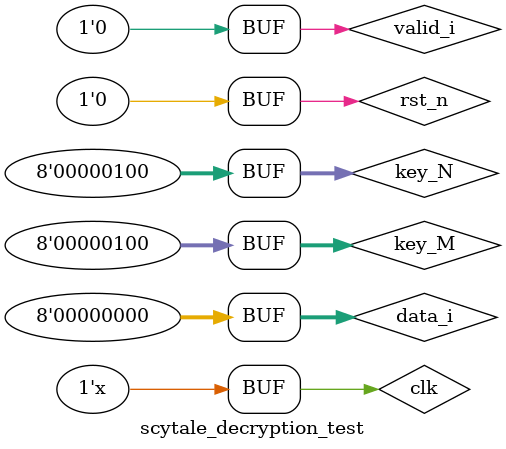
<source format=v>
`timescale 1ns / 1ps


module scytale_decryption_test;

	// Inputs
	reg clk;
	reg rst_n;
	reg [7:0] data_i;
	reg valid_i;
	reg [7:0] key_N;
	reg [7:0] key_M;

	// Outputs
	wire [7:0] data_o;
	wire valid_o;
	wire busy;

	// Instantiate the Unit Under Test (UUT)
	scytale_decryption uut (
		.clk(clk), 
		.rst_n(rst_n), 
		.data_i(data_i), 
		.valid_i(valid_i), 
		.key_N(key_N), 
		.key_M(key_M), 
		.data_o(data_o), 
		.valid_o(valid_o), 
		.busy(busy)
	);
	always #10 clk = ~clk;
	initial begin
		// Initialize Inputs
		clk = 0;
		rst_n = 0;
		data_i = 8'h41;
		valid_i = 1;
		key_N = 4;
		key_M = 4;

		// Wait 100 ns for global reset to finish
		#20;
        
		// Add stimulus here
		data_i = 8'h52;
		
		#20;
		data_i = 8'h52;
		
		#20;
		data_i = 8'h50;
		
		#20
		data_i = 8'h4E;
		
		#20
		data_i = 8'h45;
		
		#20
		data_i = 8'h45;
		
		#20
		data_i = 8'h45;
		
		#20
		data_i = 8'h41;
		
		#20
		data_i = 8'h4D;
		
		#20
		data_i = 8'h53;
		
		#20
		data_i = 8'h52;
		
		#20
		data_i = 8'h41;
		
		#20
		data_i = 8'h45;
		
		#20
		data_i = 8'h49;
		
		#20
		data_i = 8'h45;
		
		#20
		data_i = 8'hFA;
				valid_i = 0;

		#20
		valid_i = 0;
		data_i = 0;
		
		#20  
		valid_i = 0;

	end
      
endmodule


</source>
